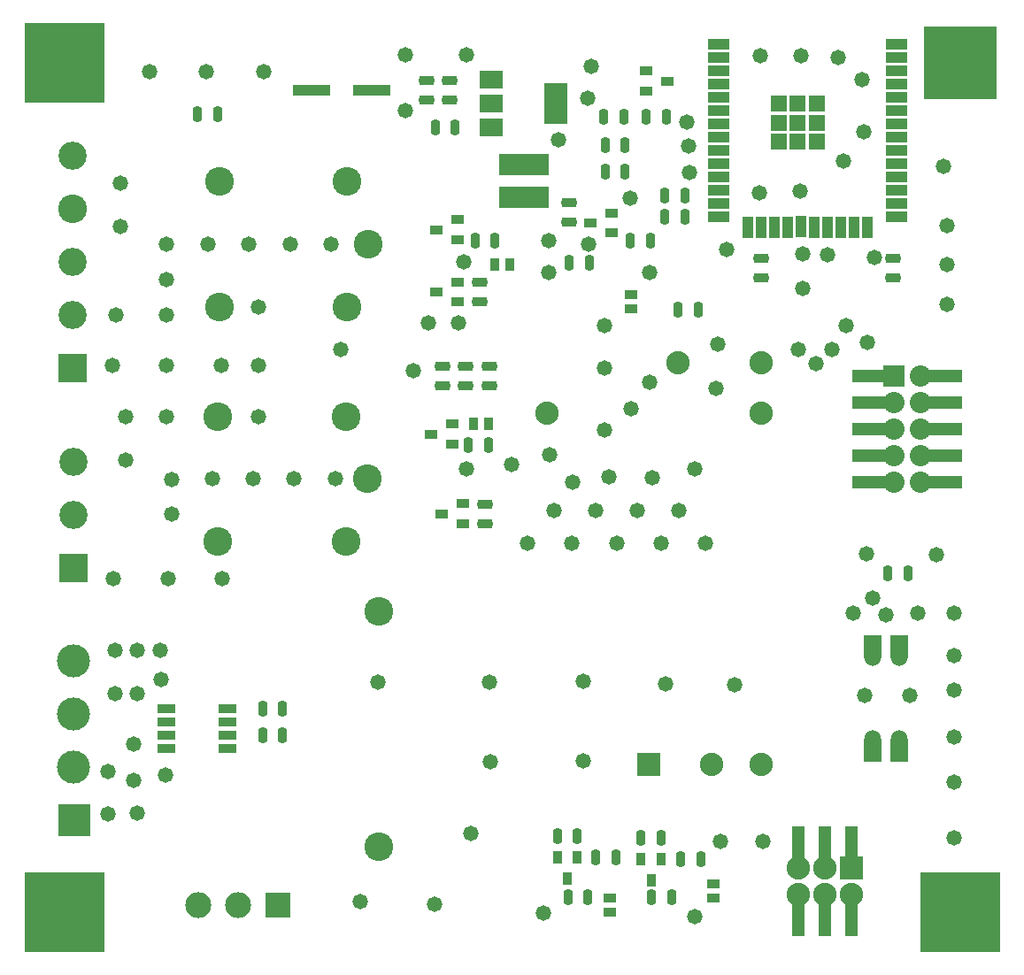
<source format=gts>
G04*
G04 #@! TF.GenerationSoftware,Altium Limited,Altium Designer,21.0.8 (223)*
G04*
G04 Layer_Color=8388736*
%FSLAX25Y25*%
%MOIN*%
G70*
G04*
G04 #@! TF.SameCoordinates,7AAE0E32-72D2-4A0B-9A69-79E54AD05685*
G04*
G04*
G04 #@! TF.FilePolarity,Negative*
G04*
G01*
G75*
%ADD19R,0.03900X0.08000*%
%ADD20R,0.08000X0.03900*%
%ADD21R,0.08000X0.04000*%
%ADD22R,0.03800X0.04800*%
%ADD23R,0.08800X0.15800*%
%ADD24R,0.08800X0.06800*%
%ADD25R,0.06710X0.03830*%
%ADD26R,0.18517X0.08280*%
G04:AMPARAMS|DCode=27|XSize=35.56mil|YSize=57.21mil|CornerRadius=10.89mil|HoleSize=0mil|Usage=FLASHONLY|Rotation=0.000|XOffset=0mil|YOffset=0mil|HoleType=Round|Shape=RoundedRectangle|*
%AMROUNDEDRECTD27*
21,1,0.03556,0.03543,0,0,0.0*
21,1,0.01378,0.05721,0,0,0.0*
1,1,0.02178,0.00689,-0.01772*
1,1,0.02178,-0.00689,-0.01772*
1,1,0.02178,-0.00689,0.01772*
1,1,0.02178,0.00689,0.01772*
%
%ADD27ROUNDEDRECTD27*%
%ADD28R,0.14383X0.04343*%
%ADD29R,0.04800X0.15800*%
%ADD30R,0.15800X0.04800*%
%ADD31R,0.06800X0.08800*%
G04:AMPARAMS|DCode=32|XSize=35.56mil|YSize=57.21mil|CornerRadius=10.89mil|HoleSize=0mil|Usage=FLASHONLY|Rotation=270.000|XOffset=0mil|YOffset=0mil|HoleType=Round|Shape=RoundedRectangle|*
%AMROUNDEDRECTD32*
21,1,0.03556,0.03543,0,0,270.0*
21,1,0.01378,0.05721,0,0,270.0*
1,1,0.02178,-0.01772,-0.00689*
1,1,0.02178,-0.01772,0.00689*
1,1,0.02178,0.01772,0.00689*
1,1,0.02178,0.01772,-0.00689*
%
%ADD32ROUNDEDRECTD32*%
%ADD33R,0.04945X0.03799*%
%ADD34R,0.04800X0.03800*%
%ADD35R,0.03799X0.04945*%
%ADD36C,0.10800*%
%ADD37R,0.09800X0.09800*%
%ADD38C,0.09800*%
%ADD39R,0.06000X0.06000*%
%ADD40C,0.08800*%
%ADD41R,0.08800X0.08800*%
%ADD42R,0.30000X0.30000*%
%ADD43R,0.27500X0.27500*%
%ADD44R,0.08000X0.08000*%
%ADD45C,0.08000*%
%ADD46C,0.06000*%
%ADD47C,0.10600*%
%ADD48R,0.10600X0.10600*%
%ADD49R,0.12411X0.12411*%
%ADD50C,0.12411*%
%ADD51C,0.05800*%
D19*
X319965Y275563D02*
D03*
X279965D02*
D03*
X274965D02*
D03*
X314965D02*
D03*
X309965D02*
D03*
X304965D02*
D03*
X299965D02*
D03*
X294965Y275600D02*
D03*
X289965Y275563D02*
D03*
X284965D02*
D03*
D20*
X330929Y279500D02*
D03*
Y284500D02*
D03*
Y289579D02*
D03*
Y294500D02*
D03*
Y299500D02*
D03*
Y304500D02*
D03*
Y309500D02*
D03*
Y314500D02*
D03*
Y319500D02*
D03*
Y329500D02*
D03*
Y334500D02*
D03*
Y339500D02*
D03*
Y344500D02*
D03*
X264000D02*
D03*
Y339500D02*
D03*
Y334500D02*
D03*
Y329500D02*
D03*
Y324500D02*
D03*
Y319500D02*
D03*
Y314500D02*
D03*
Y309500D02*
D03*
Y304500D02*
D03*
Y299500D02*
D03*
Y294500D02*
D03*
Y289500D02*
D03*
Y284500D02*
D03*
Y279500D02*
D03*
D21*
X330929Y324500D02*
D03*
D22*
X203250Y38000D02*
D03*
X210750D02*
D03*
X207000Y30000D02*
D03*
X234750Y37500D02*
D03*
X242250D02*
D03*
X238500Y29500D02*
D03*
D23*
X202750Y322060D02*
D03*
D24*
X178250Y312940D02*
D03*
Y322000D02*
D03*
Y331060D02*
D03*
D25*
X79000Y94000D02*
D03*
Y89000D02*
D03*
Y84000D02*
D03*
Y79000D02*
D03*
X56000D02*
D03*
Y84000D02*
D03*
Y89000D02*
D03*
Y94000D02*
D03*
D26*
X190500Y286900D02*
D03*
Y299100D02*
D03*
D27*
X203260Y46000D02*
D03*
X210740D02*
D03*
X92260Y94000D02*
D03*
X99740D02*
D03*
Y84000D02*
D03*
X92260D02*
D03*
X207760Y262000D02*
D03*
X215240D02*
D03*
X256240Y244500D02*
D03*
X248760D02*
D03*
X157260Y313000D02*
D03*
X164740D02*
D03*
X220760Y317000D02*
D03*
X228240D02*
D03*
X228740Y306500D02*
D03*
X221260D02*
D03*
Y296500D02*
D03*
X228740D02*
D03*
X75240Y318000D02*
D03*
X67760D02*
D03*
X172260Y270500D02*
D03*
X179740D02*
D03*
X169760Y193500D02*
D03*
X177240D02*
D03*
X238240Y270500D02*
D03*
X230760D02*
D03*
X244240Y317000D02*
D03*
X236760D02*
D03*
X238760Y23000D02*
D03*
X246240D02*
D03*
X249760Y37500D02*
D03*
X257240D02*
D03*
X243760Y287500D02*
D03*
X251240D02*
D03*
X234760Y45500D02*
D03*
X242240D02*
D03*
X243760Y279500D02*
D03*
X251240D02*
D03*
X207260Y23000D02*
D03*
X214740D02*
D03*
X335240Y145000D02*
D03*
X327760D02*
D03*
X217760Y38000D02*
D03*
X225240D02*
D03*
D28*
X110780Y327000D02*
D03*
X133221D02*
D03*
D29*
X294000Y16000D02*
D03*
X304000D02*
D03*
X314000D02*
D03*
X294000Y42000D02*
D03*
X304000D02*
D03*
X314000D02*
D03*
D30*
X322000Y219500D02*
D03*
Y209500D02*
D03*
Y199500D02*
D03*
Y189500D02*
D03*
Y179500D02*
D03*
X348000Y219500D02*
D03*
Y209500D02*
D03*
Y199500D02*
D03*
Y189500D02*
D03*
Y179500D02*
D03*
D31*
X332000Y117500D02*
D03*
X322000D02*
D03*
Y78500D02*
D03*
X332000D02*
D03*
D32*
X168500Y215760D02*
D03*
Y223240D02*
D03*
X207500Y277260D02*
D03*
Y284740D02*
D03*
X174000Y254740D02*
D03*
Y247260D02*
D03*
X176000Y171240D02*
D03*
Y163760D02*
D03*
X162500Y330740D02*
D03*
Y323260D02*
D03*
X154000D02*
D03*
Y330740D02*
D03*
X177500Y215760D02*
D03*
Y223240D02*
D03*
X329500Y263740D02*
D03*
Y256260D02*
D03*
X160000Y223240D02*
D03*
Y215760D02*
D03*
X280000Y256260D02*
D03*
Y263740D02*
D03*
D33*
X223000Y17284D02*
D03*
Y22716D02*
D03*
X231000Y250217D02*
D03*
Y244783D02*
D03*
X262000Y28216D02*
D03*
Y22783D02*
D03*
D34*
X223500Y280750D02*
D03*
Y273250D02*
D03*
X215500Y277000D02*
D03*
X165500Y278250D02*
D03*
Y270750D02*
D03*
X157500Y274500D02*
D03*
X163500Y201250D02*
D03*
Y193750D02*
D03*
X155500Y197500D02*
D03*
X236500Y326750D02*
D03*
Y334250D02*
D03*
X244500Y330500D02*
D03*
X165500Y254750D02*
D03*
Y247250D02*
D03*
X157500Y251000D02*
D03*
X167500Y171250D02*
D03*
Y163750D02*
D03*
X159500Y167500D02*
D03*
D35*
X179783Y261500D02*
D03*
X185216D02*
D03*
X177216Y201500D02*
D03*
X171783D02*
D03*
D36*
X124000Y245500D02*
D03*
X75970D02*
D03*
X124000Y292740D02*
D03*
X75970D02*
D03*
X131990Y269120D02*
D03*
X131490Y180620D02*
D03*
X75470Y204240D02*
D03*
X123500D02*
D03*
X75470Y157000D02*
D03*
X123500D02*
D03*
X136000Y130790D02*
D03*
Y42210D02*
D03*
X20600Y282500D02*
D03*
D37*
X98000Y20000D02*
D03*
D38*
X83000D02*
D03*
X68000D02*
D03*
D39*
X286500Y322100D02*
D03*
X301100Y307700D02*
D03*
X293800D02*
D03*
X286500D02*
D03*
X301100Y314900D02*
D03*
X293800D02*
D03*
X286500D02*
D03*
X301100Y322100D02*
D03*
X293800D02*
D03*
D40*
X280000Y205283D02*
D03*
X199291D02*
D03*
X261300Y73000D02*
D03*
X248504Y224575D02*
D03*
X280000Y73000D02*
D03*
Y224575D02*
D03*
X294000Y24000D02*
D03*
Y34000D02*
D03*
X304000Y24000D02*
D03*
Y34000D02*
D03*
X314000Y24000D02*
D03*
D41*
X237677Y73000D02*
D03*
X314000Y34000D02*
D03*
D42*
X355000Y17500D02*
D03*
X17500D02*
D03*
Y337500D02*
D03*
D43*
X355000D02*
D03*
D44*
X330000Y219500D02*
D03*
D45*
X340000D02*
D03*
X330000Y209500D02*
D03*
X340000D02*
D03*
X330000Y199500D02*
D03*
X340000D02*
D03*
X330000Y189500D02*
D03*
X340000D02*
D03*
X330000Y179500D02*
D03*
X340000D02*
D03*
D46*
X332000Y113000D02*
D03*
X322000D02*
D03*
Y83000D02*
D03*
X332000D02*
D03*
D47*
X20600Y302500D02*
D03*
Y262500D02*
D03*
Y242500D02*
D03*
X21000Y187000D02*
D03*
Y167000D02*
D03*
D48*
X20600Y222500D02*
D03*
X21000Y147000D02*
D03*
D49*
X21300Y52200D02*
D03*
D50*
X21000Y112000D02*
D03*
Y72000D02*
D03*
Y92000D02*
D03*
D51*
X294000Y229500D02*
D03*
X322041Y135840D02*
D03*
X118000Y269000D02*
D03*
X71500D02*
D03*
X56000D02*
D03*
X58000Y180500D02*
D03*
Y167500D02*
D03*
X119500Y180625D02*
D03*
X56000Y204000D02*
D03*
X90500D02*
D03*
Y223500D02*
D03*
Y245500D02*
D03*
X104125Y180625D02*
D03*
X88750D02*
D03*
X73375D02*
D03*
X40500Y187875D02*
D03*
Y204000D02*
D03*
X77035Y143000D02*
D03*
X56518D02*
D03*
X36000D02*
D03*
X54000Y105000D02*
D03*
X43500Y67000D02*
D03*
Y80625D02*
D03*
X55500Y69000D02*
D03*
X45000Y54875D02*
D03*
X34000Y70500D02*
D03*
Y54375D02*
D03*
X53500Y116000D02*
D03*
X45000D02*
D03*
Y99875D02*
D03*
X36500Y116000D02*
D03*
Y99875D02*
D03*
X76535Y223500D02*
D03*
X35500D02*
D03*
X56018D02*
D03*
X37000Y242500D02*
D03*
X38500Y292000D02*
D03*
Y275875D02*
D03*
X87000Y269000D02*
D03*
X56000Y255750D02*
D03*
Y242500D02*
D03*
X102500Y269000D02*
D03*
X121500Y229500D02*
D03*
X352607Y114042D02*
D03*
X314500Y130000D02*
D03*
X231000Y207000D02*
D03*
X300500Y224000D02*
D03*
X198000Y17000D02*
D03*
X264500Y44000D02*
D03*
X280500D02*
D03*
X306500Y229500D02*
D03*
X149000Y221500D02*
D03*
X200214Y189586D02*
D03*
X221000Y199000D02*
D03*
X262967Y214869D02*
D03*
X203500Y308500D02*
D03*
X214500Y324000D02*
D03*
X135500Y104000D02*
D03*
X270000Y103000D02*
D03*
X244000Y103500D02*
D03*
X213000Y104500D02*
D03*
X177500Y104000D02*
D03*
X129000Y21500D02*
D03*
X157000Y20500D02*
D03*
X170500Y47000D02*
D03*
X178000Y74000D02*
D03*
X213000Y74500D02*
D03*
X221000Y222500D02*
D03*
X327000Y129500D02*
D03*
X319000Y99000D02*
D03*
X336000D02*
D03*
X352500Y45500D02*
D03*
X254976Y15846D02*
D03*
X352607Y66500D02*
D03*
X252000Y315000D02*
D03*
X253000Y296000D02*
D03*
X295553Y265553D02*
D03*
X295500Y252541D02*
D03*
X320000Y232000D02*
D03*
X312000Y238500D02*
D03*
X252500Y306000D02*
D03*
X192000Y156500D02*
D03*
X319500Y152500D02*
D03*
X346000Y152000D02*
D03*
X339000Y130000D02*
D03*
X352607Y101000D02*
D03*
Y83500D02*
D03*
X305000Y265000D02*
D03*
X186000Y186000D02*
D03*
X217670Y168633D02*
D03*
X233335D02*
D03*
X249000D02*
D03*
X239000Y181000D02*
D03*
X208750Y156500D02*
D03*
X225500D02*
D03*
X242250D02*
D03*
X259000D02*
D03*
X255000Y184500D02*
D03*
X322584Y264000D02*
D03*
X350000Y276000D02*
D03*
Y261250D02*
D03*
Y246500D02*
D03*
X348500Y298500D02*
D03*
X318000Y331000D02*
D03*
X215000Y269000D02*
D03*
X221000Y238500D02*
D03*
X209000Y179500D02*
D03*
X202005Y168633D02*
D03*
X222712Y181321D02*
D03*
X216000Y336000D02*
D03*
X311000Y300500D02*
D03*
X318500Y311500D02*
D03*
X169000Y184500D02*
D03*
X352607Y130000D02*
D03*
X230500Y286500D02*
D03*
X200000Y270500D02*
D03*
X200103Y258387D02*
D03*
X267000Y267000D02*
D03*
X263500Y231500D02*
D03*
X238000Y258500D02*
D03*
Y217000D02*
D03*
X154500Y239500D02*
D03*
X166000D02*
D03*
X168000Y262500D02*
D03*
X146000Y319500D02*
D03*
X71000Y334000D02*
D03*
X92500D02*
D03*
X169000Y340500D02*
D03*
X146000D02*
D03*
X279329Y288375D02*
D03*
X294648Y289056D02*
D03*
X279500Y340000D02*
D03*
X308945Y339436D02*
D03*
X49500Y334000D02*
D03*
X295000Y340000D02*
D03*
M02*

</source>
